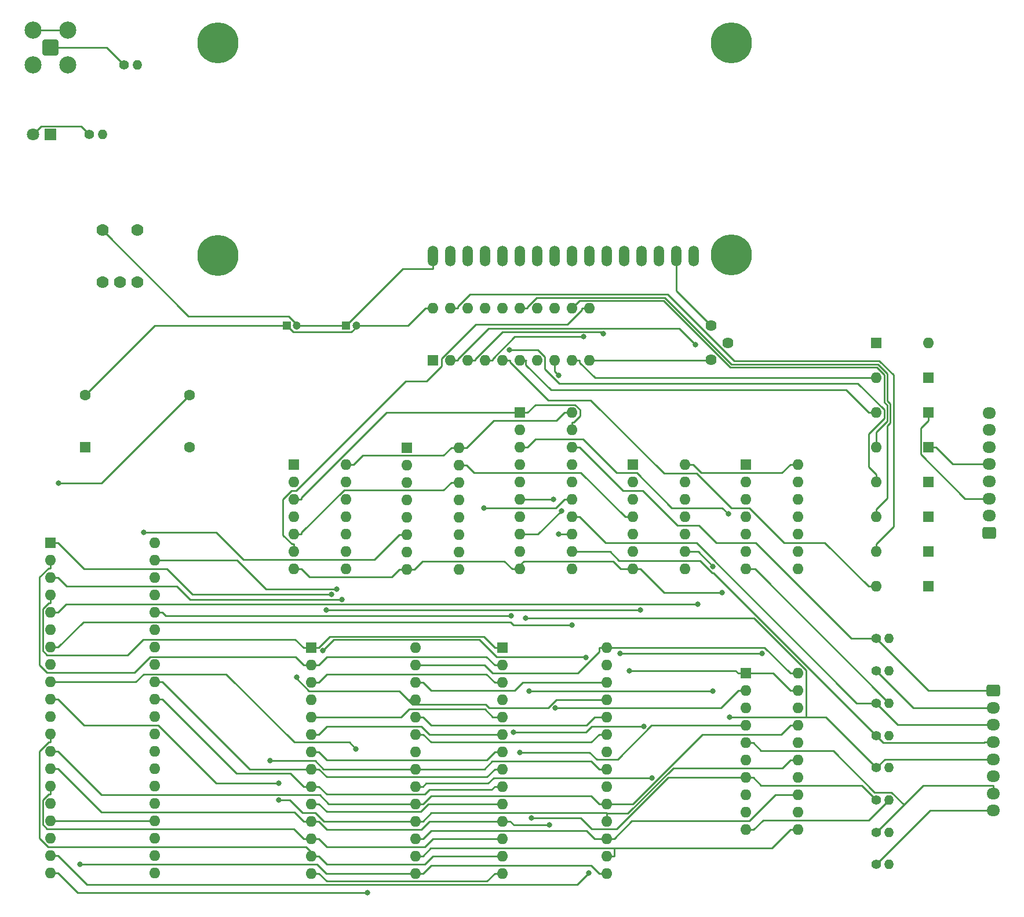
<source format=gbr>
%TF.GenerationSoftware,KiCad,Pcbnew,7.0.8*%
%TF.CreationDate,2023-11-04T10:57:41+00:00*%
%TF.ProjectId,Z80Computer,5a383043-6f6d-4707-9574-65722e6b6963,rev?*%
%TF.SameCoordinates,Original*%
%TF.FileFunction,Copper,L1,Top*%
%TF.FilePolarity,Positive*%
%FSLAX46Y46*%
G04 Gerber Fmt 4.6, Leading zero omitted, Abs format (unit mm)*
G04 Created by KiCad (PCBNEW 7.0.8) date 2023-11-04 10:57:41*
%MOMM*%
%LPD*%
G01*
G04 APERTURE LIST*
G04 Aperture macros list*
%AMRoundRect*
0 Rectangle with rounded corners*
0 $1 Rounding radius*
0 $2 $3 $4 $5 $6 $7 $8 $9 X,Y pos of 4 corners*
0 Add a 4 corners polygon primitive as box body*
4,1,4,$2,$3,$4,$5,$6,$7,$8,$9,$2,$3,0*
0 Add four circle primitives for the rounded corners*
1,1,$1+$1,$2,$3*
1,1,$1+$1,$4,$5*
1,1,$1+$1,$6,$7*
1,1,$1+$1,$8,$9*
0 Add four rect primitives between the rounded corners*
20,1,$1+$1,$2,$3,$4,$5,0*
20,1,$1+$1,$4,$5,$6,$7,0*
20,1,$1+$1,$6,$7,$8,$9,0*
20,1,$1+$1,$8,$9,$2,$3,0*%
G04 Aperture macros list end*
%TA.AperFunction,ComponentPad*%
%ADD10R,1.600000X1.600000*%
%TD*%
%TA.AperFunction,ComponentPad*%
%ADD11O,1.600000X1.600000*%
%TD*%
%TA.AperFunction,ComponentPad*%
%ADD12C,1.620000*%
%TD*%
%TA.AperFunction,ComponentPad*%
%ADD13C,1.400000*%
%TD*%
%TA.AperFunction,ComponentPad*%
%ADD14O,1.400000X1.400000*%
%TD*%
%TA.AperFunction,ComponentPad*%
%ADD15C,6.000000*%
%TD*%
%TA.AperFunction,ComponentPad*%
%ADD16O,1.508000X3.016000*%
%TD*%
%TA.AperFunction,ComponentPad*%
%ADD17RoundRect,0.200100X-0.949900X-0.949900X0.949900X-0.949900X0.949900X0.949900X-0.949900X0.949900X0*%
%TD*%
%TA.AperFunction,ComponentPad*%
%ADD18C,2.500000*%
%TD*%
%TA.AperFunction,ComponentPad*%
%ADD19C,1.778000*%
%TD*%
%TA.AperFunction,ComponentPad*%
%ADD20C,1.600000*%
%TD*%
%TA.AperFunction,ComponentPad*%
%ADD21RoundRect,0.250000X0.725000X-0.600000X0.725000X0.600000X-0.725000X0.600000X-0.725000X-0.600000X0*%
%TD*%
%TA.AperFunction,ComponentPad*%
%ADD22O,1.950000X1.700000*%
%TD*%
%TA.AperFunction,ComponentPad*%
%ADD23R,1.200000X1.200000*%
%TD*%
%TA.AperFunction,ComponentPad*%
%ADD24C,1.200000*%
%TD*%
%TA.AperFunction,ComponentPad*%
%ADD25R,1.800000X1.800000*%
%TD*%
%TA.AperFunction,ComponentPad*%
%ADD26C,1.800000*%
%TD*%
%TA.AperFunction,ComponentPad*%
%ADD27RoundRect,0.250000X-0.725000X0.600000X-0.725000X-0.600000X0.725000X-0.600000X0.725000X0.600000X0*%
%TD*%
%TA.AperFunction,ViaPad*%
%ADD28C,0.800000*%
%TD*%
%TA.AperFunction,Conductor*%
%ADD29C,0.250000*%
%TD*%
G04 APERTURE END LIST*
D10*
%TO.P,IC1,1,A11*%
%TO.N,/A11*%
X55905000Y-110495000D03*
D11*
%TO.P,IC1,2,A12*%
%TO.N,/A12*%
X55905000Y-113035000D03*
%TO.P,IC1,3,A13*%
%TO.N,/A13*%
X55905000Y-115575000D03*
%TO.P,IC1,4,A14*%
%TO.N,/A14*%
X55905000Y-118115000D03*
%TO.P,IC1,5,A15*%
%TO.N,/A15*%
X55905000Y-120655000D03*
%TO.P,IC1,6,~{CLK}*%
%TO.N,Net-(IC1-~{CLK})*%
X55905000Y-123195000D03*
%TO.P,IC1,7,D4*%
%TO.N,/D4*%
X55905000Y-125735000D03*
%TO.P,IC1,8,D3*%
%TO.N,/D3*%
X55905000Y-128275000D03*
%TO.P,IC1,9,D5*%
%TO.N,/D5*%
X55905000Y-130815000D03*
%TO.P,IC1,10,D6*%
%TO.N,/D6*%
X55905000Y-133355000D03*
%TO.P,IC1,11,VCC*%
%TO.N,+5V*%
X55905000Y-135895000D03*
%TO.P,IC1,12,D2*%
%TO.N,/D2*%
X55905000Y-138435000D03*
%TO.P,IC1,13,D7*%
%TO.N,/D7*%
X55905000Y-140975000D03*
%TO.P,IC1,14,D0*%
%TO.N,/D0*%
X55905000Y-143515000D03*
%TO.P,IC1,15,D1*%
%TO.N,/D1*%
X55905000Y-146055000D03*
%TO.P,IC1,16,~{INT}*%
%TO.N,+5V*%
X55905000Y-148595000D03*
%TO.P,IC1,17,~{NMI}*%
X55905000Y-151135000D03*
%TO.P,IC1,18,~{HALT}*%
%TO.N,unconnected-(IC1-~{HALT}-Pad18)*%
X55905000Y-153675000D03*
%TO.P,IC1,19,~{MREQ}*%
%TO.N,~{MREQ}*%
X55905000Y-156215000D03*
%TO.P,IC1,20,~{IORQ}*%
%TO.N,~{IORQ}*%
X55905000Y-158755000D03*
%TO.P,IC1,21,~{RD}*%
%TO.N,~{RD}*%
X71145000Y-158755000D03*
%TO.P,IC1,22,~{WR}*%
%TO.N,~{WR}*%
X71145000Y-156215000D03*
%TO.P,IC1,23,~{BUSACK}*%
%TO.N,unconnected-(IC1-~{BUSACK}-Pad23)*%
X71145000Y-153675000D03*
%TO.P,IC1,24,~{WAIT}*%
%TO.N,+5V*%
X71145000Y-151135000D03*
%TO.P,IC1,25,~{BUSRQ}*%
X71145000Y-148595000D03*
%TO.P,IC1,26,~{RESET}*%
%TO.N,Net-(IC1-~{RESET})*%
X71145000Y-146055000D03*
%TO.P,IC1,27,~{M1}*%
%TO.N,~{M1}*%
X71145000Y-143515000D03*
%TO.P,IC1,28,~{RFSH}*%
%TO.N,unconnected-(IC1-~{RFSH}-Pad28)*%
X71145000Y-140975000D03*
%TO.P,IC1,29,GND*%
%TO.N,Z80_PWRCAP*%
X71145000Y-138435000D03*
%TO.P,IC1,30,A0*%
%TO.N,/A0*%
X71145000Y-135895000D03*
%TO.P,IC1,31,A1*%
%TO.N,/A1*%
X71145000Y-133355000D03*
%TO.P,IC1,32,A2*%
%TO.N,/A2*%
X71145000Y-130815000D03*
%TO.P,IC1,33,A3*%
%TO.N,/A3*%
X71145000Y-128275000D03*
%TO.P,IC1,34,A4*%
%TO.N,/A4*%
X71145000Y-125735000D03*
%TO.P,IC1,35,A5*%
%TO.N,/A5*%
X71145000Y-123195000D03*
%TO.P,IC1,36,A6*%
%TO.N,/A6*%
X71145000Y-120655000D03*
%TO.P,IC1,37,A7*%
%TO.N,/A7*%
X71145000Y-118115000D03*
%TO.P,IC1,38,A8*%
%TO.N,/A8*%
X71145000Y-115575000D03*
%TO.P,IC1,39,A9*%
%TO.N,/A9*%
X71145000Y-113035000D03*
%TO.P,IC1,40,A10*%
%TO.N,/A10*%
X71145000Y-110495000D03*
%TD*%
D10*
%TO.P,U7,1*%
%TO.N,/A15*%
X157480000Y-99040000D03*
D11*
%TO.P,U7,2*%
%TO.N,~{MREQ}*%
X157480000Y-101580000D03*
%TO.P,U7,3*%
%TO.N,Net-(IC2_EEPROM1-~{CS})*%
X157480000Y-104120000D03*
%TO.P,U7,4*%
%TO.N,/A15*%
X157480000Y-106660000D03*
%TO.P,U7,5*%
X157480000Y-109200000D03*
%TO.P,U7,6*%
%TO.N,Net-(U5-Pad9)*%
X157480000Y-111740000D03*
%TO.P,U7,7,GND*%
%TO.N,Z80_PWRCAP*%
X157480000Y-114280000D03*
%TO.P,U7,8*%
%TO.N,unconnected-(U7-Pad8)*%
X165100000Y-114280000D03*
%TO.P,U7,9*%
%TO.N,unconnected-(U7-Pad9)*%
X165100000Y-111740000D03*
%TO.P,U7,10*%
%TO.N,unconnected-(U7-Pad10)*%
X165100000Y-109200000D03*
%TO.P,U7,11*%
%TO.N,unconnected-(U7-Pad11)*%
X165100000Y-106660000D03*
%TO.P,U7,12*%
%TO.N,unconnected-(U7-Pad12)*%
X165100000Y-104120000D03*
%TO.P,U7,13*%
%TO.N,unconnected-(U7-Pad13)*%
X165100000Y-101580000D03*
%TO.P,U7,14,VCC*%
%TO.N,+5V*%
X165100000Y-99040000D03*
%TD*%
D10*
%TO.P,IC2_EEPROM1,1,A14*%
%TO.N,/A14*%
X93980000Y-125745000D03*
D11*
%TO.P,IC2_EEPROM1,2,A12*%
%TO.N,/A12*%
X93980000Y-128285000D03*
%TO.P,IC2_EEPROM1,3,A7*%
%TO.N,/A7*%
X93980000Y-130825000D03*
%TO.P,IC2_EEPROM1,4,A6*%
%TO.N,/A6*%
X93980000Y-133365000D03*
%TO.P,IC2_EEPROM1,5,A5*%
%TO.N,/A5*%
X93980000Y-135905000D03*
%TO.P,IC2_EEPROM1,6,A4*%
%TO.N,/A4*%
X93980000Y-138445000D03*
%TO.P,IC2_EEPROM1,7,A3*%
%TO.N,/A3*%
X93980000Y-140985000D03*
%TO.P,IC2_EEPROM1,8,A2*%
%TO.N,/A2*%
X93980000Y-143525000D03*
%TO.P,IC2_EEPROM1,9,A1*%
%TO.N,/A1*%
X93980000Y-146065000D03*
%TO.P,IC2_EEPROM1,10,A0*%
%TO.N,/A0*%
X93980000Y-148605000D03*
%TO.P,IC2_EEPROM1,11,D0*%
%TO.N,/D0*%
X93980000Y-151145000D03*
%TO.P,IC2_EEPROM1,12,D1*%
%TO.N,/D1*%
X93980000Y-153685000D03*
%TO.P,IC2_EEPROM1,13,D2*%
%TO.N,/D2*%
X93980000Y-156225000D03*
%TO.P,IC2_EEPROM1,14,GND*%
%TO.N,Z80_PWRCAP*%
X93980000Y-158765000D03*
%TO.P,IC2_EEPROM1,15,D3*%
%TO.N,/D3*%
X109220000Y-158765000D03*
%TO.P,IC2_EEPROM1,16,D4*%
%TO.N,/D4*%
X109220000Y-156225000D03*
%TO.P,IC2_EEPROM1,17,D5*%
%TO.N,/D5*%
X109220000Y-153685000D03*
%TO.P,IC2_EEPROM1,18,D6*%
%TO.N,/D6*%
X109220000Y-151145000D03*
%TO.P,IC2_EEPROM1,19,D7*%
%TO.N,/D7*%
X109220000Y-148605000D03*
%TO.P,IC2_EEPROM1,20,~{CS}*%
%TO.N,Net-(IC2_EEPROM1-~{CS})*%
X109220000Y-146065000D03*
%TO.P,IC2_EEPROM1,21,A10*%
%TO.N,/A10*%
X109220000Y-143525000D03*
%TO.P,IC2_EEPROM1,22,~{OE}*%
%TO.N,~{RD}*%
X109220000Y-140985000D03*
%TO.P,IC2_EEPROM1,23,A11*%
%TO.N,/A11*%
X109220000Y-138445000D03*
%TO.P,IC2_EEPROM1,24,A9*%
%TO.N,/A9*%
X109220000Y-135905000D03*
%TO.P,IC2_EEPROM1,25,A8*%
%TO.N,/A8*%
X109220000Y-133365000D03*
%TO.P,IC2_EEPROM1,26,A13*%
%TO.N,/A13*%
X109220000Y-130825000D03*
%TO.P,IC2_EEPROM1,27,~{WE}*%
%TO.N,+5V*%
X109220000Y-128285000D03*
%TO.P,IC2_EEPROM1,28,VCC*%
X109220000Y-125745000D03*
%TD*%
D12*
%TO.P,RV1,1,1*%
%TO.N,+5V*%
X152400000Y-78740000D03*
%TO.P,RV1,2,2*%
%TO.N,Net-(DIS1-PadP$3)*%
X154900000Y-81240000D03*
%TO.P,RV1,3,3*%
%TO.N,Z80_PWRCAP*%
X152400000Y-83740000D03*
%TD*%
D13*
%TO.P,R2,1*%
%TO.N,Net-(J2-Pin_8)*%
X176530000Y-157480000D03*
D14*
%TO.P,R2,2*%
%TO.N,Z80_PWRCAP*%
X178430000Y-157480000D03*
%TD*%
D10*
%TO.P,U3,1,~{Mr}*%
%TO.N,+5V*%
X111760000Y-83820000D03*
D11*
%TO.P,U3,2,Q0*%
%TO.N,Net-(D1-A)*%
X114300000Y-83820000D03*
%TO.P,U3,3,D0*%
%TO.N,/D0*%
X116840000Y-83820000D03*
%TO.P,U3,4,D1*%
%TO.N,/D1*%
X119380000Y-83820000D03*
%TO.P,U3,5,Q1*%
%TO.N,Net-(D8-A)*%
X121920000Y-83820000D03*
%TO.P,U3,6,Q2*%
%TO.N,Net-(D3-A)*%
X124460000Y-83820000D03*
%TO.P,U3,7,D2*%
%TO.N,/D2*%
X127000000Y-83820000D03*
%TO.P,U3,8,D3*%
%TO.N,/D3*%
X129540000Y-83820000D03*
%TO.P,U3,9,Q3*%
%TO.N,Net-(D2-A)*%
X132080000Y-83820000D03*
%TO.P,U3,10,GND*%
%TO.N,Z80_PWRCAP*%
X134620000Y-83820000D03*
%TO.P,U3,11,Cp*%
%TO.N,Net-(U3-Cp)*%
X134620000Y-76200000D03*
%TO.P,U3,12,Q4*%
%TO.N,Net-(D4-A)*%
X132080000Y-76200000D03*
%TO.P,U3,13,D4*%
%TO.N,/D4*%
X129540000Y-76200000D03*
%TO.P,U3,14,D5*%
%TO.N,/D5*%
X127000000Y-76200000D03*
%TO.P,U3,15,Q5*%
%TO.N,Net-(D6-A)*%
X124460000Y-76200000D03*
%TO.P,U3,16,Q6*%
%TO.N,Net-(D5-A)*%
X121920000Y-76200000D03*
%TO.P,U3,17,D6*%
%TO.N,/D6*%
X119380000Y-76200000D03*
%TO.P,U3,18,D7*%
%TO.N,/D7*%
X116840000Y-76200000D03*
%TO.P,U3,19,Q7*%
%TO.N,Net-(D7-A)*%
X114300000Y-76200000D03*
%TO.P,U3,20,VCC*%
%TO.N,+5V*%
X111760000Y-76200000D03*
%TD*%
D15*
%TO.P,DIS1,MNT1*%
%TO.N,N/C*%
X155360000Y-68380000D03*
%TO.P,DIS1,MNT2*%
X80360000Y-68480000D03*
%TO.P,DIS1,MNT3*%
X155360000Y-37380000D03*
%TO.P,DIS1,MNT4*%
X80360000Y-37380000D03*
D16*
%TO.P,DIS1,P$1*%
%TO.N,Z80_PWRCAP*%
X149860000Y-68580000D03*
%TO.P,DIS1,P$2*%
%TO.N,+5V*%
X147320000Y-68580000D03*
%TO.P,DIS1,P$3*%
%TO.N,Net-(DIS1-PadP$3)*%
X144780000Y-68580000D03*
%TO.P,DIS1,P$4*%
%TO.N,/A0*%
X142240000Y-68580000D03*
%TO.P,DIS1,P$5*%
%TO.N,Net-(DIS1-PadP$5)*%
X139700000Y-68580000D03*
%TO.P,DIS1,P$6*%
%TO.N,Net-(DIS1-PadP$6)*%
X137160000Y-68580000D03*
%TO.P,DIS1,P$7*%
%TO.N,/D0*%
X134620000Y-68580000D03*
%TO.P,DIS1,P$8*%
%TO.N,/D1*%
X132080000Y-68580000D03*
%TO.P,DIS1,P$9*%
%TO.N,/D2*%
X129540000Y-68580000D03*
%TO.P,DIS1,P$10*%
%TO.N,/D3*%
X127000000Y-68580000D03*
%TO.P,DIS1,P$11*%
%TO.N,/D4*%
X124460000Y-68580000D03*
%TO.P,DIS1,P$12*%
%TO.N,/D5*%
X121920000Y-68580000D03*
%TO.P,DIS1,P$13*%
%TO.N,/D6*%
X119380000Y-68580000D03*
%TO.P,DIS1,P$14*%
%TO.N,/D7*%
X116840000Y-68580000D03*
%TO.P,DIS1,P$15*%
%TO.N,+5V*%
X114300000Y-68580000D03*
%TO.P,DIS1,P$16*%
%TO.N,Z80_PWRCAP*%
X111760000Y-68580000D03*
%TD*%
D13*
%TO.P,R7,1*%
%TO.N,Net-(J2-Pin_3)*%
X176530000Y-133894300D03*
D14*
%TO.P,R7,2*%
%TO.N,Z80_PWRCAP*%
X178430000Y-133894300D03*
%TD*%
D17*
%TO.P,J1,1,In*%
%TO.N,+5V*%
X55880000Y-38100000D03*
D18*
%TO.P,J1,2,Ext*%
%TO.N,Z80_PWRCAP*%
X53340000Y-35560000D03*
X53340000Y-40640000D03*
X58420000Y-35560000D03*
X58420000Y-40640000D03*
%TD*%
D13*
%TO.P,R5,1*%
%TO.N,Net-(J2-Pin_5)*%
X176530000Y-143328600D03*
D14*
%TO.P,R5,2*%
%TO.N,Z80_PWRCAP*%
X178430000Y-143328600D03*
%TD*%
D19*
%TO.P,SW1,1,1*%
%TO.N,Z80_PWRCAP*%
X63500000Y-64770000D03*
%TO.P,SW1,2,2*%
%TO.N,Net-(IC1-~{RESET})*%
X68580000Y-64770000D03*
%TO.P,SW1,3*%
%TO.N,N/C*%
X68580000Y-72390000D03*
%TO.P,SW1,4*%
X66040000Y-72390000D03*
%TO.P,SW1,5*%
X63500000Y-72390000D03*
%TD*%
D10*
%TO.P,X1,1,EN*%
%TO.N,unconnected-(X1-EN-Pad1)*%
X60960000Y-96520000D03*
D20*
%TO.P,X1,7,GND*%
%TO.N,Z80_PWRCAP*%
X76200000Y-96520000D03*
%TO.P,X1,8,OUT*%
%TO.N,Net-(IC1-~{CLK})*%
X76200000Y-88900000D03*
%TO.P,X1,14,Vcc*%
%TO.N,+5V*%
X60960000Y-88900000D03*
%TD*%
D13*
%TO.P,R1,1*%
%TO.N,+5V*%
X66680000Y-40640000D03*
D14*
%TO.P,R1,2*%
%TO.N,Net-(IC1-~{RESET})*%
X68580000Y-40640000D03*
%TD*%
D13*
%TO.P,R6,1*%
%TO.N,Net-(J2-Pin_4)*%
X176530000Y-138611400D03*
D14*
%TO.P,R6,2*%
%TO.N,Z80_PWRCAP*%
X178430000Y-138611400D03*
%TD*%
D10*
%TO.P,D1,1,K*%
%TO.N,Net-(D1-K)*%
X176530000Y-81280000D03*
D11*
%TO.P,D1,2,A*%
%TO.N,Net-(D1-A)*%
X184150000Y-81280000D03*
%TD*%
D21*
%TO.P,J3,1,Pin_1*%
%TO.N,Net-(D1-K)*%
X193040000Y-108980000D03*
D22*
%TO.P,J3,2,Pin_2*%
%TO.N,Net-(D8-K)*%
X193040000Y-106480000D03*
%TO.P,J3,3,Pin_3*%
%TO.N,Net-(D3-K)*%
X193040000Y-103980000D03*
%TO.P,J3,4,Pin_4*%
%TO.N,Net-(D2-K)*%
X193040000Y-101480000D03*
%TO.P,J3,5,Pin_5*%
%TO.N,Net-(D4-K)*%
X193040000Y-98980000D03*
%TO.P,J3,6,Pin_6*%
%TO.N,Net-(D6-K)*%
X193040000Y-96480000D03*
%TO.P,J3,7,Pin_7*%
%TO.N,Net-(D5-K)*%
X193040000Y-93980000D03*
%TO.P,J3,8,Pin_8*%
%TO.N,Net-(D7-K)*%
X193040000Y-91480000D03*
%TD*%
D10*
%TO.P,U2,1*%
%TO.N,~{KEYPAD_PORT}*%
X91440000Y-99040000D03*
D11*
%TO.P,U2,2*%
%TO.N,~{RD}*%
X91440000Y-101580000D03*
%TO.P,U2,3*%
%TO.N,Net-(U1-OEa)*%
X91440000Y-104120000D03*
%TO.P,U2,4*%
%TO.N,~{WR}*%
X91440000Y-106660000D03*
%TO.P,U2,5*%
%TO.N,~{KEYPAD_PORT}*%
X91440000Y-109200000D03*
%TO.P,U2,6*%
%TO.N,Net-(U3-Cp)*%
X91440000Y-111740000D03*
%TO.P,U2,7,GND*%
%TO.N,Z80_PWRCAP*%
X91440000Y-114280000D03*
%TO.P,U2,8*%
%TO.N,unconnected-(U2-Pad8)*%
X99060000Y-114280000D03*
%TO.P,U2,9*%
%TO.N,unconnected-(U2-Pad9)*%
X99060000Y-111740000D03*
%TO.P,U2,10*%
%TO.N,unconnected-(U2-Pad10)*%
X99060000Y-109200000D03*
%TO.P,U2,11*%
%TO.N,unconnected-(U2-Pad11)*%
X99060000Y-106660000D03*
%TO.P,U2,12*%
%TO.N,unconnected-(U2-Pad12)*%
X99060000Y-104120000D03*
%TO.P,U2,13*%
%TO.N,unconnected-(U2-Pad13)*%
X99060000Y-101580000D03*
%TO.P,U2,14,VCC*%
%TO.N,+5V*%
X99060000Y-99040000D03*
%TD*%
D13*
%TO.P,R8,1*%
%TO.N,Net-(J2-Pin_2)*%
X176530000Y-129177100D03*
D14*
%TO.P,R8,2*%
%TO.N,Z80_PWRCAP*%
X178430000Y-129177100D03*
%TD*%
D13*
%TO.P,R3,1*%
%TO.N,Net-(J2-Pin_6)*%
X176530000Y-148045700D03*
D14*
%TO.P,R3,2*%
%TO.N,Z80_PWRCAP*%
X178430000Y-148045700D03*
%TD*%
D10*
%TO.P,D6,1,K*%
%TO.N,Net-(D6-K)*%
X184150000Y-106680000D03*
D11*
%TO.P,D6,2,A*%
%TO.N,Net-(D6-A)*%
X176530000Y-106680000D03*
%TD*%
D10*
%TO.P,U5,1*%
%TO.N,~{RD}*%
X140970000Y-99040000D03*
D11*
%TO.P,U5,2*%
X140970000Y-101580000D03*
%TO.P,U5,3*%
%TO.N,Net-(DIS1-PadP$5)*%
X140970000Y-104120000D03*
%TO.P,U5,4*%
%TO.N,~{LCD_OUT_PORT}*%
X140970000Y-106660000D03*
%TO.P,U5,5*%
X140970000Y-109200000D03*
%TO.P,U5,6*%
%TO.N,Net-(DIS1-PadP$6)*%
X140970000Y-111740000D03*
%TO.P,U5,7,GND*%
%TO.N,Z80_PWRCAP*%
X140970000Y-114280000D03*
%TO.P,U5,8*%
%TO.N,Net-(IC6_SRAM1-~{CS})*%
X148590000Y-114280000D03*
%TO.P,U5,9*%
%TO.N,Net-(U5-Pad9)*%
X148590000Y-111740000D03*
%TO.P,U5,10*%
%TO.N,~{MREQ}*%
X148590000Y-109200000D03*
%TO.P,U5,11*%
%TO.N,unconnected-(U5-Pad11)*%
X148590000Y-106660000D03*
%TO.P,U5,12*%
%TO.N,unconnected-(U5-Pad12)*%
X148590000Y-104120000D03*
%TO.P,U5,13*%
%TO.N,unconnected-(U5-Pad13)*%
X148590000Y-101580000D03*
%TO.P,U5,14,VCC*%
%TO.N,+5V*%
X148590000Y-99040000D03*
%TD*%
D13*
%TO.P,R4,1*%
%TO.N,Net-(J2-Pin_7)*%
X176530000Y-152762900D03*
D14*
%TO.P,R4,2*%
%TO.N,Z80_PWRCAP*%
X178430000Y-152762900D03*
%TD*%
D13*
%TO.P,R9,1*%
%TO.N,Net-(J2-Pin_1)*%
X176530000Y-124460000D03*
D14*
%TO.P,R9,2*%
%TO.N,Z80_PWRCAP*%
X178430000Y-124460000D03*
%TD*%
D23*
%TO.P,C2,1*%
%TO.N,Z80_PWRCAP*%
X99060000Y-78740000D03*
D24*
%TO.P,C2,2*%
%TO.N,+5V*%
X100560000Y-78740000D03*
%TD*%
D10*
%TO.P,D4,1,K*%
%TO.N,Net-(D4-K)*%
X184150000Y-96520000D03*
D11*
%TO.P,D4,2,A*%
%TO.N,Net-(D4-A)*%
X176530000Y-96520000D03*
%TD*%
D13*
%TO.P,R10,1*%
%TO.N,Net-(D9-A)*%
X61600000Y-50800000D03*
D14*
%TO.P,R10,2*%
%TO.N,Z80_PWRCAP*%
X63500000Y-50800000D03*
%TD*%
D25*
%TO.P,D9,1,K*%
%TO.N,+5V*%
X55880000Y-50800000D03*
D26*
%TO.P,D9,2,A*%
%TO.N,Net-(D9-A)*%
X53340000Y-50800000D03*
%TD*%
D10*
%TO.P,D5,1,K*%
%TO.N,Net-(D5-K)*%
X184150000Y-101600000D03*
D11*
%TO.P,D5,2,A*%
%TO.N,Net-(D5-A)*%
X176530000Y-101600000D03*
%TD*%
D10*
%TO.P,IC6_SRAM1,1,A14*%
%TO.N,/A14*%
X121920000Y-125745000D03*
D11*
%TO.P,IC6_SRAM1,2,A12*%
%TO.N,/A12*%
X121920000Y-128285000D03*
%TO.P,IC6_SRAM1,3,A7*%
%TO.N,/A7*%
X121920000Y-130825000D03*
%TO.P,IC6_SRAM1,4,A6*%
%TO.N,/A6*%
X121920000Y-133365000D03*
%TO.P,IC6_SRAM1,5,A5*%
%TO.N,/A5*%
X121920000Y-135905000D03*
%TO.P,IC6_SRAM1,6,A4*%
%TO.N,/A4*%
X121920000Y-138445000D03*
%TO.P,IC6_SRAM1,7,A3*%
%TO.N,/A3*%
X121920000Y-140985000D03*
%TO.P,IC6_SRAM1,8,A2*%
%TO.N,/A2*%
X121920000Y-143525000D03*
%TO.P,IC6_SRAM1,9,A1*%
%TO.N,/A1*%
X121920000Y-146065000D03*
%TO.P,IC6_SRAM1,10,A0*%
%TO.N,/A0*%
X121920000Y-148605000D03*
%TO.P,IC6_SRAM1,11,Q0*%
%TO.N,/D0*%
X121920000Y-151145000D03*
%TO.P,IC6_SRAM1,12,Q1*%
%TO.N,/D1*%
X121920000Y-153685000D03*
%TO.P,IC6_SRAM1,13,Q2*%
%TO.N,/D2*%
X121920000Y-156225000D03*
%TO.P,IC6_SRAM1,14,GND*%
%TO.N,Z80_PWRCAP*%
X121920000Y-158765000D03*
%TO.P,IC6_SRAM1,15,Q3*%
%TO.N,/D3*%
X137160000Y-158765000D03*
%TO.P,IC6_SRAM1,16,Q4*%
%TO.N,/D4*%
X137160000Y-156225000D03*
%TO.P,IC6_SRAM1,17,Q5*%
%TO.N,/D5*%
X137160000Y-153685000D03*
%TO.P,IC6_SRAM1,18,Q6*%
%TO.N,/D6*%
X137160000Y-151145000D03*
%TO.P,IC6_SRAM1,19,Q7*%
%TO.N,/D7*%
X137160000Y-148605000D03*
%TO.P,IC6_SRAM1,20,~{CS}*%
%TO.N,Net-(IC6_SRAM1-~{CS})*%
X137160000Y-146065000D03*
%TO.P,IC6_SRAM1,21,A10*%
%TO.N,/A10*%
X137160000Y-143525000D03*
%TO.P,IC6_SRAM1,22,~{OE}*%
%TO.N,~{RD}*%
X137160000Y-140985000D03*
%TO.P,IC6_SRAM1,23,A11*%
%TO.N,/A11*%
X137160000Y-138445000D03*
%TO.P,IC6_SRAM1,24,A9*%
%TO.N,/A9*%
X137160000Y-135905000D03*
%TO.P,IC6_SRAM1,25,A8*%
%TO.N,/A8*%
X137160000Y-133365000D03*
%TO.P,IC6_SRAM1,26,A13*%
%TO.N,/A13*%
X137160000Y-130825000D03*
%TO.P,IC6_SRAM1,27,~{WE}*%
%TO.N,~{WR}*%
X137160000Y-128285000D03*
%TO.P,IC6_SRAM1,28,VCC*%
%TO.N,+5V*%
X137160000Y-125745000D03*
%TD*%
D10*
%TO.P,U1,1,OEa*%
%TO.N,Net-(U1-OEa)*%
X124460000Y-91440000D03*
D11*
%TO.P,U1,2,I0a*%
%TO.N,/D0*%
X124460000Y-93980000D03*
%TO.P,U1,3,O3b*%
%TO.N,Net-(J2-Pin_8)*%
X124460000Y-96520000D03*
%TO.P,U1,4,I1a*%
%TO.N,/D1*%
X124460000Y-99060000D03*
%TO.P,U1,5,O2b*%
%TO.N,Net-(J2-Pin_7)*%
X124460000Y-101600000D03*
%TO.P,U1,6,I2a*%
%TO.N,/D2*%
X124460000Y-104140000D03*
%TO.P,U1,7,O1b*%
%TO.N,Net-(J2-Pin_6)*%
X124460000Y-106680000D03*
%TO.P,U1,8,I3a*%
%TO.N,/D3*%
X124460000Y-109220000D03*
%TO.P,U1,9,O0b*%
%TO.N,Net-(J2-Pin_5)*%
X124460000Y-111760000D03*
%TO.P,U1,10,GND*%
%TO.N,Z80_PWRCAP*%
X124460000Y-114300000D03*
%TO.P,U1,11,I0b*%
%TO.N,/D4*%
X132080000Y-114300000D03*
%TO.P,U1,12,O3a*%
%TO.N,Net-(J2-Pin_4)*%
X132080000Y-111760000D03*
%TO.P,U1,13,I1b*%
%TO.N,/D5*%
X132080000Y-109220000D03*
%TO.P,U1,14,O2a*%
%TO.N,Net-(J2-Pin_3)*%
X132080000Y-106680000D03*
%TO.P,U1,15,I2b*%
%TO.N,/D6*%
X132080000Y-104140000D03*
%TO.P,U1,16,O1a*%
%TO.N,Net-(J2-Pin_2)*%
X132080000Y-101600000D03*
%TO.P,U1,17,I3b*%
%TO.N,/D7*%
X132080000Y-99060000D03*
%TO.P,U1,18,O0a*%
%TO.N,Net-(J2-Pin_1)*%
X132080000Y-96520000D03*
%TO.P,U1,19,OEb*%
%TO.N,Net-(U1-OEa)*%
X132080000Y-93980000D03*
%TO.P,U1,20,VCC*%
%TO.N,+5V*%
X132080000Y-91440000D03*
%TD*%
D10*
%TO.P,D3,1,K*%
%TO.N,Net-(D3-K)*%
X184150000Y-91440000D03*
D11*
%TO.P,D3,2,A*%
%TO.N,Net-(D3-A)*%
X176530000Y-91440000D03*
%TD*%
D23*
%TO.P,C1,1*%
%TO.N,+5V*%
X90400000Y-78740000D03*
D24*
%TO.P,C1,2*%
%TO.N,Z80_PWRCAP*%
X91900000Y-78740000D03*
%TD*%
D27*
%TO.P,J2,1,Pin_1*%
%TO.N,Net-(J2-Pin_1)*%
X193640000Y-132080000D03*
D22*
%TO.P,J2,2,Pin_2*%
%TO.N,Net-(J2-Pin_2)*%
X193640000Y-134580000D03*
%TO.P,J2,3,Pin_3*%
%TO.N,Net-(J2-Pin_3)*%
X193640000Y-137080000D03*
%TO.P,J2,4,Pin_4*%
%TO.N,Net-(J2-Pin_4)*%
X193640000Y-139580000D03*
%TO.P,J2,5,Pin_5*%
%TO.N,Net-(J2-Pin_5)*%
X193640000Y-142080000D03*
%TO.P,J2,6,Pin_6*%
%TO.N,Net-(J2-Pin_6)*%
X193640000Y-144580000D03*
%TO.P,J2,7,Pin_7*%
%TO.N,Net-(J2-Pin_7)*%
X193640000Y-147080000D03*
%TO.P,J2,8,Pin_8*%
%TO.N,Net-(J2-Pin_8)*%
X193640000Y-149580000D03*
%TD*%
D10*
%TO.P,U6,1,OEa*%
%TO.N,Net-(U1-OEa)*%
X157480000Y-129540000D03*
D11*
%TO.P,U6,2,I0a*%
%TO.N,/D0*%
X157480000Y-132080000D03*
%TO.P,U6,3,O3b*%
%TO.N,Net-(J2-Pin_8)*%
X157480000Y-134620000D03*
%TO.P,U6,4,I1a*%
%TO.N,/D1*%
X157480000Y-137160000D03*
%TO.P,U6,5,O2b*%
%TO.N,Net-(J2-Pin_7)*%
X157480000Y-139700000D03*
%TO.P,U6,6,I2a*%
%TO.N,/D2*%
X157480000Y-142240000D03*
%TO.P,U6,7,O1b*%
%TO.N,Net-(J2-Pin_6)*%
X157480000Y-144780000D03*
%TO.P,U6,8,I3a*%
%TO.N,/D3*%
X157480000Y-147320000D03*
%TO.P,U6,9,O0b*%
%TO.N,Net-(J2-Pin_5)*%
X157480000Y-149860000D03*
%TO.P,U6,10,GND*%
%TO.N,Z80_PWRCAP*%
X157480000Y-152400000D03*
%TO.P,U6,11,I0b*%
%TO.N,/D4*%
X165100000Y-152400000D03*
%TO.P,U6,12,O3a*%
%TO.N,Net-(J2-Pin_4)*%
X165100000Y-149860000D03*
%TO.P,U6,13,I1b*%
%TO.N,/D5*%
X165100000Y-147320000D03*
%TO.P,U6,14,O2a*%
%TO.N,Net-(J2-Pin_3)*%
X165100000Y-144780000D03*
%TO.P,U6,15,I2b*%
%TO.N,/D6*%
X165100000Y-142240000D03*
%TO.P,U6,16,O1a*%
%TO.N,Net-(J2-Pin_2)*%
X165100000Y-139700000D03*
%TO.P,U6,17,I3b*%
%TO.N,/D7*%
X165100000Y-137160000D03*
%TO.P,U6,18,O0a*%
%TO.N,Net-(J2-Pin_1)*%
X165100000Y-134620000D03*
%TO.P,U6,19,OEb*%
%TO.N,Net-(U1-OEa)*%
X165100000Y-132080000D03*
%TO.P,U6,20,VCC*%
%TO.N,+5V*%
X165100000Y-129540000D03*
%TD*%
D10*
%TO.P,U4,1,A0*%
%TO.N,/A5*%
X107950000Y-96540000D03*
D11*
%TO.P,U4,2,A1*%
%TO.N,/A6*%
X107950000Y-99080000D03*
%TO.P,U4,3,A2*%
%TO.N,/A7*%
X107950000Y-101620000D03*
%TO.P,U4,4,E1*%
%TO.N,/A4*%
X107950000Y-104160000D03*
%TO.P,U4,5,E2*%
%TO.N,~{IORQ}*%
X107950000Y-106700000D03*
%TO.P,U4,6,E3*%
%TO.N,~{M1}*%
X107950000Y-109240000D03*
%TO.P,U4,7,O7*%
%TO.N,unconnected-(U4-O7-Pad7)*%
X107950000Y-111780000D03*
%TO.P,U4,8,GND*%
%TO.N,Z80_PWRCAP*%
X107950000Y-114320000D03*
%TO.P,U4,9,O6*%
%TO.N,unconnected-(U4-O6-Pad9)*%
X115570000Y-114320000D03*
%TO.P,U4,10,O5*%
%TO.N,unconnected-(U4-O5-Pad10)*%
X115570000Y-111780000D03*
%TO.P,U4,11,O4*%
%TO.N,unconnected-(U4-O4-Pad11)*%
X115570000Y-109240000D03*
%TO.P,U4,12,O3*%
%TO.N,unconnected-(U4-O3-Pad12)*%
X115570000Y-106700000D03*
%TO.P,U4,13,O2*%
%TO.N,unconnected-(U4-O2-Pad13)*%
X115570000Y-104160000D03*
%TO.P,U4,14,O1*%
%TO.N,~{KEYPAD_PORT}*%
X115570000Y-101620000D03*
%TO.P,U4,15,O0*%
%TO.N,~{LCD_OUT_PORT}*%
X115570000Y-99080000D03*
%TO.P,U4,16,VCC*%
%TO.N,+5V*%
X115570000Y-96540000D03*
%TD*%
D10*
%TO.P,D8,1,K*%
%TO.N,Net-(D8-K)*%
X184150000Y-116840000D03*
D11*
%TO.P,D8,2,A*%
%TO.N,Net-(D8-A)*%
X176530000Y-116840000D03*
%TD*%
D10*
%TO.P,D2,1,K*%
%TO.N,Net-(D2-K)*%
X184150000Y-86360000D03*
D11*
%TO.P,D2,2,A*%
%TO.N,Net-(D2-A)*%
X176530000Y-86360000D03*
%TD*%
D10*
%TO.P,D7,1,K*%
%TO.N,Net-(D7-K)*%
X184150000Y-111760000D03*
D11*
%TO.P,D7,2,A*%
%TO.N,Net-(D7-A)*%
X176530000Y-111760000D03*
%TD*%
D28*
%TO.N,Net-(D5-A)*%
X122919100Y-82269500D03*
%TO.N,Net-(D1-A)*%
X150086400Y-81456800D03*
%TO.N,Net-(U1-OEa)*%
X140463300Y-129144600D03*
%TO.N,Net-(J2-Pin_8)*%
X154919900Y-106248300D03*
%TO.N,Net-(J2-Pin_7)*%
X152674300Y-132095000D03*
X125785400Y-132095000D03*
%TO.N,Net-(J2-Pin_6)*%
X126192500Y-150693500D03*
%TO.N,Net-(J2-Pin_5)*%
X155085900Y-135934400D03*
X125309600Y-121478000D03*
%TO.N,Net-(J2-Pin_2)*%
X159902000Y-126584300D03*
X139119000Y-126584300D03*
%TO.N,Net-(U5-Pad9)*%
X152663300Y-113895000D03*
%TO.N,Net-(IC2_EEPROM1-~{CS})*%
X143796800Y-144791200D03*
%TO.N,/A10*%
X88008600Y-142327400D03*
%TO.N,/A9*%
X97747600Y-117248800D03*
%TO.N,/A8*%
X91834900Y-130060800D03*
%TO.N,/A6*%
X123240600Y-121150100D03*
%TO.N,~{M1}*%
X69532000Y-108914600D03*
%TO.N,~{WR}*%
X134160700Y-127210400D03*
X95647600Y-126238600D03*
%TO.N,~{RD}*%
X142096500Y-120308500D03*
X96226900Y-120308500D03*
%TO.N,~{IORQ}*%
X102220200Y-161556000D03*
%TO.N,~{MREQ}*%
X134557100Y-158675800D03*
%TO.N,/A15*%
X150476800Y-119467000D03*
%TO.N,/A13*%
X98482600Y-118735300D03*
%TO.N,/A11*%
X96965500Y-118008400D03*
%TO.N,Net-(IC1-~{CLK})*%
X57053400Y-101723700D03*
%TO.N,/D6*%
X89221700Y-148029300D03*
X89221700Y-145605900D03*
X119226600Y-105410000D03*
%TO.N,/D5*%
X100543100Y-140587000D03*
X130171800Y-109220000D03*
%TO.N,/D4*%
X132059700Y-122483500D03*
%TO.N,/D3*%
X60252500Y-157415400D03*
X130551900Y-105755400D03*
X130130000Y-85994300D03*
%TO.N,/D2*%
X129390500Y-104140000D03*
%TO.N,/D1*%
X133744500Y-80352600D03*
X124467200Y-141097000D03*
%TO.N,/D0*%
X136653100Y-79852300D03*
X128799100Y-151701200D03*
X129657900Y-134552000D03*
%TO.N,/A0*%
X142566400Y-137281400D03*
X123531100Y-138161500D03*
%TO.N,Z80_PWRCAP*%
X154003300Y-117756700D03*
%TD*%
D29*
%TO.N,Net-(D9-A)*%
X60362200Y-49562200D02*
X61600000Y-50800000D01*
X54577800Y-49562200D02*
X60362200Y-49562200D01*
X53340000Y-50800000D02*
X54577800Y-49562200D01*
%TO.N,Net-(U3-Cp)*%
X91440000Y-111740000D02*
X91440000Y-110613100D01*
X134620000Y-76200000D02*
X133493100Y-76200000D01*
X91158200Y-110613100D02*
X91440000Y-110613100D01*
X89861200Y-109316100D02*
X91158200Y-110613100D01*
X89861200Y-104101300D02*
X89861200Y-109316100D01*
X91112500Y-102850000D02*
X89861200Y-104101300D01*
X91790000Y-102850000D02*
X91112500Y-102850000D01*
X107824500Y-86815500D02*
X91790000Y-102850000D01*
X110874900Y-86815500D02*
X107824500Y-86815500D01*
X113030000Y-84660400D02*
X110874900Y-86815500D01*
X113030000Y-83492100D02*
X113030000Y-84660400D01*
X118006000Y-78516100D02*
X113030000Y-83492100D01*
X131410500Y-78516100D02*
X118006000Y-78516100D01*
X133493100Y-76433500D02*
X131410500Y-78516100D01*
X133493100Y-76200000D02*
X133493100Y-76433500D01*
%TO.N,Net-(D8-A)*%
X121920000Y-83820000D02*
X123046900Y-83820000D01*
X176530000Y-116840000D02*
X175403100Y-116840000D01*
X169033100Y-110470000D02*
X175403100Y-116840000D01*
X163040500Y-110470000D02*
X169033100Y-110470000D01*
X157960500Y-105390000D02*
X163040500Y-110470000D01*
X155405500Y-105390000D02*
X157960500Y-105390000D01*
X150325500Y-100310000D02*
X155405500Y-105390000D01*
X145531800Y-100310000D02*
X150325500Y-100310000D01*
X134843500Y-89621700D02*
X145531800Y-100310000D01*
X128624300Y-89621700D02*
X134843500Y-89621700D01*
X123046900Y-84044300D02*
X128624300Y-89621700D01*
X123046900Y-83820000D02*
X123046900Y-84044300D01*
%TO.N,Net-(D7-A)*%
X114300000Y-76200000D02*
X115426900Y-76200000D01*
X176530000Y-111760000D02*
X176530000Y-110633100D01*
X115426900Y-75918300D02*
X115426900Y-76200000D01*
X117199600Y-74145600D02*
X115426900Y-75918300D01*
X146041900Y-74145600D02*
X117199600Y-74145600D01*
X155784300Y-83888000D02*
X146041900Y-74145600D01*
X176993800Y-83888000D02*
X155784300Y-83888000D01*
X179042100Y-85936300D02*
X176993800Y-83888000D01*
X179042100Y-108121000D02*
X179042100Y-85936300D01*
X176530000Y-110633100D02*
X179042100Y-108121000D01*
%TO.N,Net-(D6-A)*%
X176530000Y-106680000D02*
X176530000Y-105553100D01*
X124460000Y-76200000D02*
X125586900Y-76200000D01*
X125586900Y-75966500D02*
X125586900Y-76200000D01*
X126955900Y-74597500D02*
X125586900Y-75966500D01*
X145629700Y-74597500D02*
X126955900Y-74597500D01*
X155372100Y-84339900D02*
X145629700Y-74597500D01*
X176791100Y-84339900D02*
X155372100Y-84339900D01*
X178140300Y-85689100D02*
X176791100Y-84339900D01*
X178140300Y-89715400D02*
X178140300Y-85689100D01*
X178590200Y-90165300D02*
X178140300Y-89715400D01*
X178590200Y-92890400D02*
X178590200Y-90165300D01*
X178140300Y-93340300D02*
X178590200Y-92890400D01*
X178140300Y-103942800D02*
X178140300Y-93340300D01*
X176530000Y-105553100D02*
X178140300Y-103942800D01*
%TO.N,Net-(D5-A)*%
X176530000Y-101600000D02*
X176530000Y-100473100D01*
X175403100Y-99346200D02*
X176530000Y-100473100D01*
X175403100Y-94574300D02*
X175403100Y-99346200D01*
X177686400Y-92291000D02*
X175403100Y-94574300D01*
X177686400Y-90985000D02*
X177686400Y-92291000D01*
X173840600Y-87139200D02*
X177686400Y-90985000D01*
X130198400Y-87139200D02*
X173840600Y-87139200D01*
X128129400Y-85070200D02*
X130198400Y-87139200D01*
X128129400Y-83315300D02*
X128129400Y-85070200D01*
X127083600Y-82269500D02*
X128129400Y-83315300D01*
X122919100Y-82269500D02*
X127083600Y-82269500D01*
%TO.N,Net-(D4-A)*%
X176530000Y-96520000D02*
X176530000Y-95393100D01*
X133230600Y-75049400D02*
X132080000Y-76200000D01*
X145442500Y-75049400D02*
X133230600Y-75049400D01*
X155184900Y-84791800D02*
X145442500Y-75049400D01*
X176603900Y-84791800D02*
X155184900Y-84791800D01*
X177686400Y-85874300D02*
X176603900Y-84791800D01*
X177686400Y-89900600D02*
X177686400Y-85874300D01*
X178138300Y-90352500D02*
X177686400Y-89900600D01*
X178138300Y-92703200D02*
X178138300Y-90352500D01*
X176530000Y-94311500D02*
X178138300Y-92703200D01*
X176530000Y-95393100D02*
X176530000Y-94311500D01*
%TO.N,Net-(D4-K)*%
X187736900Y-98980000D02*
X185276900Y-96520000D01*
X193040000Y-98980000D02*
X187736900Y-98980000D01*
X184150000Y-96520000D02*
X185276900Y-96520000D01*
%TO.N,Net-(D3-A)*%
X176530000Y-91440000D02*
X175403100Y-91440000D01*
X124460000Y-83820000D02*
X125399700Y-83820000D01*
X172105600Y-88142500D02*
X175403100Y-91440000D01*
X129030900Y-88142500D02*
X172105600Y-88142500D01*
X125344500Y-84456100D02*
X129030900Y-88142500D01*
X125344500Y-83875200D02*
X125344500Y-84456100D01*
X125399700Y-83820000D02*
X125344500Y-83875200D01*
%TO.N,Net-(D3-K)*%
X184150000Y-91440000D02*
X184150000Y-92566900D01*
X183023100Y-93693800D02*
X184150000Y-92566900D01*
X183023100Y-97489700D02*
X183023100Y-93693800D01*
X189513400Y-103980000D02*
X183023100Y-97489700D01*
X193040000Y-103980000D02*
X189513400Y-103980000D01*
%TO.N,Net-(D2-A)*%
X132080000Y-83820000D02*
X133206900Y-83820000D01*
X133206900Y-84101700D02*
X133206900Y-83820000D01*
X135465200Y-86360000D02*
X133206900Y-84101700D01*
X176530000Y-86360000D02*
X135465200Y-86360000D01*
%TO.N,Net-(D1-A)*%
X114300000Y-83820000D02*
X115426900Y-83820000D01*
X115426900Y-83586500D02*
X115426900Y-83820000D01*
X119893000Y-79120400D02*
X115426900Y-83586500D01*
X147750000Y-79120400D02*
X119893000Y-79120400D01*
X150086400Y-81456800D02*
X147750000Y-79120400D01*
%TO.N,Net-(U1-OEa)*%
X165100000Y-132080000D02*
X163973100Y-132080000D01*
X91440000Y-104120000D02*
X92566900Y-104120000D01*
X132080000Y-93980000D02*
X132080000Y-92853100D01*
X92566900Y-103886500D02*
X92566900Y-104120000D01*
X105013400Y-91440000D02*
X92566900Y-103886500D01*
X124460000Y-91440000D02*
X105013400Y-91440000D01*
X132313500Y-92853100D02*
X132080000Y-92853100D01*
X133255800Y-91910800D02*
X132313500Y-92853100D01*
X133255800Y-91021100D02*
X133255800Y-91910800D01*
X132539300Y-90304600D02*
X133255800Y-91021100D01*
X126722300Y-90304600D02*
X132539300Y-90304600D01*
X125586900Y-91440000D02*
X126722300Y-90304600D01*
X124460000Y-91440000D02*
X125586900Y-91440000D01*
X161433100Y-129540000D02*
X157480000Y-129540000D01*
X163973100Y-132080000D02*
X161433100Y-129540000D01*
X157480000Y-129540000D02*
X156353100Y-129540000D01*
X155957700Y-129144600D02*
X140463300Y-129144600D01*
X156353100Y-129540000D02*
X155957700Y-129144600D01*
%TO.N,~{KEYPAD_PORT}*%
X92566900Y-108966500D02*
X92566900Y-109200000D01*
X98786500Y-102746900D02*
X92566900Y-108966500D01*
X113316200Y-102746900D02*
X98786500Y-102746900D01*
X114443100Y-101620000D02*
X113316200Y-102746900D01*
X115570000Y-101620000D02*
X114443100Y-101620000D01*
X91440000Y-109200000D02*
X92566900Y-109200000D01*
%TO.N,Net-(J2-Pin_8)*%
X184430000Y-149580000D02*
X193640000Y-149580000D01*
X176530000Y-157480000D02*
X184430000Y-149580000D01*
X124460000Y-96520000D02*
X125586900Y-96520000D01*
X154061600Y-105390000D02*
X154919900Y-106248300D01*
X146692000Y-105390000D02*
X154061600Y-105390000D01*
X141539600Y-100237600D02*
X146692000Y-105390000D01*
X138579800Y-100237600D02*
X141539600Y-100237600D01*
X133675600Y-95333400D02*
X138579800Y-100237600D01*
X126773500Y-95333400D02*
X133675600Y-95333400D01*
X125586900Y-96520000D02*
X126773500Y-95333400D01*
%TO.N,Net-(J2-Pin_7)*%
X193640000Y-147080000D02*
X193640000Y-145903100D01*
X157480000Y-139700000D02*
X158606900Y-139700000D01*
X178781400Y-146919400D02*
X180577500Y-148715400D01*
X176330300Y-146919400D02*
X178781400Y-146919400D01*
X170237800Y-140826900D02*
X176330300Y-146919400D01*
X159733800Y-140826900D02*
X170237800Y-140826900D01*
X158606900Y-139700000D02*
X159733800Y-140826900D01*
X183389800Y-145903100D02*
X180577500Y-148715400D01*
X193640000Y-145903100D02*
X183389800Y-145903100D01*
X180577500Y-148715400D02*
X176530000Y-152762900D01*
X125785400Y-132095000D02*
X152674300Y-132095000D01*
%TO.N,Net-(J2-Pin_6)*%
X174391200Y-145906900D02*
X176530000Y-148045700D01*
X159733800Y-145906900D02*
X174391200Y-145906900D01*
X158606900Y-144780000D02*
X159733800Y-145906900D01*
X158043500Y-144780000D02*
X158606900Y-144780000D01*
X158043500Y-144780000D02*
X157480000Y-144780000D01*
X133359900Y-150693500D02*
X126192500Y-150693500D01*
X134945700Y-152279300D02*
X133359900Y-150693500D01*
X138614900Y-152279300D02*
X134945700Y-152279300D01*
X146114200Y-144780000D02*
X138614900Y-152279300D01*
X157480000Y-144780000D02*
X146114200Y-144780000D01*
%TO.N,Net-(J2-Pin_5)*%
X177778600Y-142080000D02*
X176530000Y-143328600D01*
X193640000Y-142080000D02*
X177778600Y-142080000D01*
X155085900Y-135934400D02*
X166265400Y-135934400D01*
X169135800Y-135934400D02*
X176530000Y-143328600D01*
X166265400Y-135934400D02*
X169135800Y-135934400D01*
X158651100Y-121478000D02*
X125309600Y-121478000D01*
X166265400Y-129092300D02*
X158651100Y-121478000D01*
X166265400Y-135934400D02*
X166265400Y-129092300D01*
%TO.N,Net-(J2-Pin_4)*%
X193640000Y-139580000D02*
X192338100Y-139580000D01*
X177582700Y-139664100D02*
X176530000Y-138611400D01*
X192254000Y-139664100D02*
X177582700Y-139664100D01*
X192338100Y-139580000D02*
X192254000Y-139664100D01*
X152787200Y-114868600D02*
X176530000Y-138611400D01*
X152609000Y-114868600D02*
X152787200Y-114868600D01*
X150801300Y-113060900D02*
X152609000Y-114868600D01*
X138942300Y-113060900D02*
X150801300Y-113060900D01*
X137641400Y-111760000D02*
X138942300Y-113060900D01*
X132080000Y-111760000D02*
X137641400Y-111760000D01*
%TO.N,Net-(J2-Pin_3)*%
X132080000Y-106680000D02*
X133206900Y-106680000D01*
X179715700Y-137080000D02*
X176530000Y-133894300D01*
X193640000Y-137080000D02*
X179715700Y-137080000D01*
X136996900Y-110470000D02*
X133206900Y-106680000D01*
X150266300Y-110470000D02*
X136996900Y-110470000D01*
X173690600Y-133894300D02*
X150266300Y-110470000D01*
X176530000Y-133894300D02*
X173690600Y-133894300D01*
%TO.N,Net-(J2-Pin_2)*%
X181932900Y-134580000D02*
X176530000Y-129177100D01*
X193640000Y-134580000D02*
X181932900Y-134580000D01*
X159902000Y-126584300D02*
X139119000Y-126584300D01*
%TO.N,Net-(U5-Pad9)*%
X150508300Y-111740000D02*
X152663300Y-113895000D01*
X148590000Y-111740000D02*
X150508300Y-111740000D01*
%TO.N,~{LCD_OUT_PORT}*%
X115570000Y-99080000D02*
X116696900Y-99080000D01*
X140970000Y-106660000D02*
X139843100Y-106660000D01*
X117823800Y-100206900D02*
X116696900Y-99080000D01*
X133390000Y-100206900D02*
X117823800Y-100206900D01*
X139843100Y-106660000D02*
X133390000Y-100206900D01*
%TO.N,Net-(J2-Pin_1)*%
X184150000Y-132080000D02*
X176530000Y-124460000D01*
X193640000Y-132080000D02*
X184150000Y-132080000D01*
X132080000Y-96520000D02*
X133206900Y-96520000D01*
X172889200Y-124460000D02*
X176530000Y-124460000D01*
X158899200Y-110470000D02*
X172889200Y-124460000D01*
X153188300Y-110470000D02*
X158899200Y-110470000D01*
X150648300Y-107930000D02*
X153188300Y-110470000D01*
X147469200Y-107930000D02*
X150648300Y-107930000D01*
X142389200Y-102850000D02*
X147469200Y-107930000D01*
X139536900Y-102850000D02*
X142389200Y-102850000D01*
X133206900Y-96520000D02*
X139536900Y-102850000D01*
%TO.N,Net-(IC2_EEPROM1-~{CS})*%
X120657700Y-144791200D02*
X143796800Y-144791200D01*
X119834300Y-145614600D02*
X120657700Y-144791200D01*
X110797300Y-145614600D02*
X119834300Y-145614600D01*
X110346900Y-146065000D02*
X110797300Y-145614600D01*
X109220000Y-146065000D02*
X110346900Y-146065000D01*
%TO.N,/A10*%
X137160000Y-143525000D02*
X136033100Y-143525000D01*
X119297800Y-143525000D02*
X109220000Y-143525000D01*
X120433200Y-142389600D02*
X119297800Y-143525000D01*
X134897700Y-142389600D02*
X120433200Y-142389600D01*
X136033100Y-143525000D02*
X134897700Y-142389600D01*
X94582600Y-142327400D02*
X88008600Y-142327400D01*
X95780200Y-143525000D02*
X94582600Y-142327400D01*
X109220000Y-143525000D02*
X95780200Y-143525000D01*
%TO.N,/A9*%
X137160000Y-135905000D02*
X136033100Y-135905000D01*
X109783500Y-135905000D02*
X110346900Y-135905000D01*
X109783500Y-135905000D02*
X109220000Y-135905000D01*
X71145000Y-113035000D02*
X72271900Y-113035000D01*
X111536000Y-137094100D02*
X110346900Y-135905000D01*
X134205000Y-137094100D02*
X111536000Y-137094100D01*
X135394100Y-135905000D02*
X134205000Y-137094100D01*
X136033100Y-135905000D02*
X135394100Y-135905000D01*
X87374500Y-117248800D02*
X97747600Y-117248800D01*
X83160700Y-113035000D02*
X87374500Y-117248800D01*
X72271900Y-113035000D02*
X83160700Y-113035000D01*
%TO.N,/A8*%
X109220000Y-133365000D02*
X108093100Y-133365000D01*
X137160000Y-133365000D02*
X136033100Y-133365000D01*
X108767900Y-134039800D02*
X108093100Y-133365000D01*
X119514500Y-134039800D02*
X108767900Y-134039800D01*
X120024900Y-134550200D02*
X119514500Y-134039800D01*
X128606900Y-134550200D02*
X120024900Y-134550200D01*
X129792100Y-133365000D02*
X128606900Y-134550200D01*
X136033100Y-133365000D02*
X129792100Y-133365000D01*
X91834900Y-130305000D02*
X91834900Y-130060800D01*
X93624900Y-132095000D02*
X91834900Y-130305000D01*
X106823100Y-132095000D02*
X93624900Y-132095000D01*
X108093100Y-133365000D02*
X106823100Y-132095000D01*
%TO.N,/A7*%
X121920000Y-130825000D02*
X120793100Y-130825000D01*
X93980000Y-130825000D02*
X95106900Y-130825000D01*
X119602500Y-129634400D02*
X120793100Y-130825000D01*
X96297500Y-129634400D02*
X119602500Y-129634400D01*
X95106900Y-130825000D02*
X96297500Y-129634400D01*
%TO.N,/A6*%
X71145000Y-120655000D02*
X72271900Y-120655000D01*
X72767000Y-121150100D02*
X123240600Y-121150100D01*
X72271900Y-120655000D02*
X72767000Y-121150100D01*
%TO.N,/A5*%
X121920000Y-135905000D02*
X120793100Y-135905000D01*
X120528400Y-135905000D02*
X120793100Y-135905000D01*
X119398700Y-134775300D02*
X120528400Y-135905000D01*
X108275000Y-134775300D02*
X119398700Y-134775300D01*
X107145300Y-135905000D02*
X108275000Y-134775300D01*
X93980000Y-135905000D02*
X107145300Y-135905000D01*
%TO.N,/A4*%
X111244400Y-138445000D02*
X121920000Y-138445000D01*
X110067100Y-137267700D02*
X111244400Y-138445000D01*
X96284200Y-137267700D02*
X110067100Y-137267700D01*
X95106900Y-138445000D02*
X96284200Y-137267700D01*
X93980000Y-138445000D02*
X95106900Y-138445000D01*
%TO.N,/A3*%
X121920000Y-140985000D02*
X120793100Y-140985000D01*
X94239100Y-140985000D02*
X95106900Y-140985000D01*
X94239100Y-140985000D02*
X93980000Y-140985000D01*
X96287500Y-142165600D02*
X95106900Y-140985000D01*
X119612500Y-142165600D02*
X96287500Y-142165600D01*
X120793100Y-140985000D02*
X119612500Y-142165600D01*
%TO.N,/A2*%
X119661400Y-144656700D02*
X120793100Y-143525000D01*
X96238600Y-144656700D02*
X119661400Y-144656700D01*
X95106900Y-143525000D02*
X96238600Y-144656700D01*
X93980000Y-143525000D02*
X95106900Y-143525000D01*
X121920000Y-143525000D02*
X120793100Y-143525000D01*
X71145000Y-130815000D02*
X72271900Y-130815000D01*
X84981900Y-143525000D02*
X72271900Y-130815000D01*
X93980000Y-143525000D02*
X84981900Y-143525000D01*
%TO.N,/A1*%
X71145000Y-133355000D02*
X72271900Y-133355000D01*
X93980000Y-146065000D02*
X92853100Y-146065000D01*
X83032100Y-144115200D02*
X72271900Y-133355000D01*
X90903300Y-144115200D02*
X83032100Y-144115200D01*
X92853100Y-146065000D02*
X90903300Y-144115200D01*
X96245000Y-147203100D02*
X95106900Y-146065000D01*
X110618000Y-147203100D02*
X96245000Y-147203100D01*
X111305700Y-146515400D02*
X110618000Y-147203100D01*
X120342700Y-146515400D02*
X111305700Y-146515400D01*
X120793100Y-146065000D02*
X120342700Y-146515400D01*
X121920000Y-146065000D02*
X120793100Y-146065000D01*
X93980000Y-146065000D02*
X95106900Y-146065000D01*
%TO.N,~{M1}*%
X80145200Y-108914600D02*
X69532000Y-108914600D01*
X84099300Y-112868700D02*
X80145200Y-108914600D01*
X103194400Y-112868700D02*
X84099300Y-112868700D01*
X106823100Y-109240000D02*
X103194400Y-112868700D01*
X107950000Y-109240000D02*
X106823100Y-109240000D01*
%TO.N,~{WR}*%
X97268900Y-124617300D02*
X95647600Y-126238600D01*
X118555300Y-124617300D02*
X97268900Y-124617300D01*
X121096100Y-127158100D02*
X118555300Y-124617300D01*
X134108400Y-127158100D02*
X121096100Y-127158100D01*
X134160700Y-127210400D02*
X134108400Y-127158100D01*
%TO.N,~{RD}*%
X142096500Y-120308500D02*
X96226900Y-120308500D01*
%TO.N,~{IORQ}*%
X55905000Y-158755000D02*
X57031900Y-158755000D01*
X59832900Y-161556000D02*
X102220200Y-161556000D01*
X57031900Y-158755000D02*
X59832900Y-161556000D01*
%TO.N,~{MREQ}*%
X55905000Y-156215000D02*
X57031900Y-156215000D01*
X61203900Y-160387000D02*
X57031900Y-156215000D01*
X132845900Y-160387000D02*
X61203900Y-160387000D01*
X134557100Y-158675800D02*
X132845900Y-160387000D01*
%TO.N,/A15*%
X55905000Y-120655000D02*
X57031900Y-120655000D01*
X58219900Y-119467000D02*
X150476800Y-119467000D01*
X57031900Y-120655000D02*
X58219900Y-119467000D01*
%TO.N,/A14*%
X121920000Y-125745000D02*
X120793100Y-125745000D01*
X94543500Y-125745000D02*
X95106900Y-125745000D01*
X94543500Y-125745000D02*
X93980000Y-125745000D01*
X55905000Y-118115000D02*
X55905000Y-119241900D01*
X93980000Y-125745000D02*
X92853100Y-125745000D01*
X55623300Y-119241900D02*
X55905000Y-119241900D01*
X54775300Y-120089900D02*
X55623300Y-119241900D01*
X54775300Y-126225200D02*
X54775300Y-120089900D01*
X55418000Y-126867900D02*
X54775300Y-126225200D01*
X67137200Y-126867900D02*
X55418000Y-126867900D01*
X69451300Y-124553800D02*
X67137200Y-126867900D01*
X91661900Y-124553800D02*
X69451300Y-124553800D01*
X92853100Y-125745000D02*
X91661900Y-124553800D01*
X96688700Y-124163200D02*
X95106900Y-125745000D01*
X119211300Y-124163200D02*
X96688700Y-124163200D01*
X120793100Y-125745000D02*
X119211300Y-124163200D01*
%TO.N,/A13*%
X55905000Y-115575000D02*
X57031900Y-115575000D01*
X124934900Y-130825000D02*
X137160000Y-130825000D01*
X123744300Y-132015600D02*
X124934900Y-130825000D01*
X111537500Y-132015600D02*
X123744300Y-132015600D01*
X110346900Y-130825000D02*
X111537500Y-132015600D01*
X109220000Y-130825000D02*
X110346900Y-130825000D01*
X76265600Y-118735300D02*
X98482600Y-118735300D01*
X74375300Y-116845000D02*
X76265600Y-118735300D01*
X58301900Y-116845000D02*
X74375300Y-116845000D01*
X57031900Y-115575000D02*
X58301900Y-116845000D01*
%TO.N,/A12*%
X121920000Y-128285000D02*
X120793100Y-128285000D01*
X94543500Y-128285000D02*
X95106900Y-128285000D01*
X94543500Y-128285000D02*
X93980000Y-128285000D01*
X55905000Y-113035000D02*
X55905000Y-114161900D01*
X93980000Y-128285000D02*
X92853100Y-128285000D01*
X119602500Y-127094400D02*
X120793100Y-128285000D01*
X96297500Y-127094400D02*
X119602500Y-127094400D01*
X95106900Y-128285000D02*
X96297500Y-127094400D01*
X55623300Y-114161900D02*
X55905000Y-114161900D01*
X54323200Y-115462000D02*
X55623300Y-114161900D01*
X54323200Y-128319600D02*
X54323200Y-115462000D01*
X55415900Y-129412300D02*
X54323200Y-128319600D01*
X68207500Y-129412300D02*
X55415900Y-129412300D01*
X70484200Y-127135600D02*
X68207500Y-129412300D01*
X91703700Y-127135600D02*
X70484200Y-127135600D01*
X92853100Y-128285000D02*
X91703700Y-127135600D01*
%TO.N,/A11*%
X111481200Y-139579300D02*
X110346900Y-138445000D01*
X134898800Y-139579300D02*
X111481200Y-139579300D01*
X136033100Y-138445000D02*
X134898800Y-139579300D01*
X137160000Y-138445000D02*
X136033100Y-138445000D01*
X109220000Y-138445000D02*
X110346900Y-138445000D01*
X55905000Y-110495000D02*
X57031900Y-110495000D01*
X76608400Y-118008400D02*
X96965500Y-118008400D01*
X72905000Y-114305000D02*
X76608400Y-118008400D01*
X60841900Y-114305000D02*
X72905000Y-114305000D01*
X57031900Y-110495000D02*
X60841900Y-114305000D01*
%TO.N,Net-(IC1-~{CLK})*%
X63376300Y-101723700D02*
X57053400Y-101723700D01*
X76200000Y-88900000D02*
X63376300Y-101723700D01*
%TO.N,/D7*%
X165100000Y-137160000D02*
X163973100Y-137160000D01*
X55905000Y-140975000D02*
X57031900Y-140975000D01*
X96549400Y-148605000D02*
X109220000Y-148605000D01*
X95246800Y-147302400D02*
X96549400Y-148605000D01*
X63359300Y-147302400D02*
X95246800Y-147302400D01*
X57031900Y-140975000D02*
X63359300Y-147302400D01*
X141011000Y-148605000D02*
X137160000Y-148605000D01*
X151130900Y-138485100D02*
X141011000Y-148605000D01*
X162648100Y-138485100D02*
X151130900Y-138485100D01*
X162648100Y-138485000D02*
X162648100Y-138485100D01*
X163973100Y-137160000D02*
X162648100Y-138485000D01*
X111477600Y-147474300D02*
X110346900Y-148605000D01*
X134902400Y-147474300D02*
X111477600Y-147474300D01*
X136033100Y-148605000D02*
X134902400Y-147474300D01*
X137160000Y-148605000D02*
X136033100Y-148605000D01*
X109220000Y-148605000D02*
X110346900Y-148605000D01*
%TO.N,/D6*%
X165100000Y-142240000D02*
X163973100Y-142240000D01*
X90864300Y-148029300D02*
X89221700Y-148029300D01*
X92713000Y-149878000D02*
X90864300Y-148029300D01*
X94619500Y-149878000D02*
X92713000Y-149878000D01*
X95886500Y-151145000D02*
X94619500Y-149878000D01*
X109220000Y-151145000D02*
X95886500Y-151145000D01*
X55905000Y-133355000D02*
X57031900Y-133355000D01*
X80116100Y-145605900D02*
X89221700Y-145605900D01*
X71675200Y-137165000D02*
X80116100Y-145605900D01*
X60841900Y-137165000D02*
X71675200Y-137165000D01*
X57031900Y-133355000D02*
X60841900Y-137165000D01*
X137160000Y-151145000D02*
X137160000Y-150019800D01*
X162844700Y-143368400D02*
X163973100Y-142240000D01*
X146886700Y-143368400D02*
X162844700Y-143368400D01*
X140235300Y-150019800D02*
X146886700Y-143368400D01*
X137160000Y-150019800D02*
X140235300Y-150019800D01*
X111544500Y-149947400D02*
X110346900Y-151145000D01*
X137087600Y-149947400D02*
X111544500Y-149947400D01*
X137160000Y-150019800D02*
X137087600Y-149947400D01*
X109220000Y-151145000D02*
X110346900Y-151145000D01*
X129681900Y-105410000D02*
X119226600Y-105410000D01*
X130951900Y-104140000D02*
X129681900Y-105410000D01*
X132080000Y-104140000D02*
X130951900Y-104140000D01*
%TO.N,/D5*%
X109220000Y-153685000D02*
X110346900Y-153685000D01*
X137160000Y-153685000D02*
X136033100Y-153685000D01*
X137160000Y-153685000D02*
X138286900Y-153685000D01*
X99542900Y-139586800D02*
X100543100Y-140587000D01*
X91499000Y-139586800D02*
X99542900Y-139586800D01*
X81584900Y-129672700D02*
X91499000Y-139586800D01*
X69519000Y-129672700D02*
X81584900Y-129672700D01*
X68376700Y-130815000D02*
X69519000Y-129672700D01*
X55905000Y-130815000D02*
X68376700Y-130815000D01*
X161820200Y-147320000D02*
X165100000Y-147320000D01*
X158010200Y-151130000D02*
X161820200Y-147320000D01*
X140841900Y-151130000D02*
X158010200Y-151130000D01*
X138286900Y-153685000D02*
X140841900Y-151130000D01*
X135394000Y-153685000D02*
X136033100Y-153685000D01*
X134214900Y-152505900D02*
X135394000Y-153685000D01*
X111526000Y-152505900D02*
X134214900Y-152505900D01*
X110346900Y-153685000D02*
X111526000Y-152505900D01*
X132080000Y-109220000D02*
X130953100Y-109220000D01*
X130953100Y-109220000D02*
X130171800Y-109220000D01*
%TO.N,/D4*%
X165100000Y-152400000D02*
X163973100Y-152400000D01*
X109220000Y-156225000D02*
X110346900Y-156225000D01*
X111473800Y-155098100D02*
X110346900Y-156225000D01*
X138286900Y-155098100D02*
X111473800Y-155098100D01*
X138286900Y-156225000D02*
X138286900Y-155098100D01*
X161275000Y-155098100D02*
X163973100Y-152400000D01*
X138286900Y-155098100D02*
X161275000Y-155098100D01*
X137160000Y-156225000D02*
X138286900Y-156225000D01*
X55905000Y-125735000D02*
X57031900Y-125735000D01*
X123548200Y-122483500D02*
X132059700Y-122483500D01*
X123129300Y-122064600D02*
X123548200Y-122483500D01*
X60702300Y-122064600D02*
X123129300Y-122064600D01*
X57031900Y-125735000D02*
X60702300Y-122064600D01*
%TO.N,/D3*%
X137160000Y-158765000D02*
X136033100Y-158765000D01*
X109220000Y-158765000D02*
X110346900Y-158765000D01*
X111505900Y-157606000D02*
X110346900Y-158765000D01*
X134874100Y-157606000D02*
X111505900Y-157606000D01*
X136033100Y-158765000D02*
X134874100Y-157606000D01*
X94867400Y-157415400D02*
X60252500Y-157415400D01*
X96217000Y-158765000D02*
X94867400Y-157415400D01*
X109220000Y-158765000D02*
X96217000Y-158765000D01*
X129540000Y-85404300D02*
X130130000Y-85994300D01*
X129540000Y-83820000D02*
X129540000Y-85404300D01*
X127087300Y-109220000D02*
X130551900Y-105755400D01*
X124460000Y-109220000D02*
X127087300Y-109220000D01*
%TO.N,/D2*%
X96297500Y-157415600D02*
X95106900Y-156225000D01*
X110565500Y-157415600D02*
X96297500Y-157415600D01*
X111756100Y-156225000D02*
X110565500Y-157415600D01*
X121920000Y-156225000D02*
X111756100Y-156225000D01*
X124460000Y-104140000D02*
X129390500Y-104140000D01*
X93980000Y-156225000D02*
X94543500Y-156225000D01*
X94543500Y-156225000D02*
X95106900Y-156225000D01*
X55671500Y-139561900D02*
X55905000Y-139561900D01*
X54271800Y-140961600D02*
X55671500Y-139561900D01*
X54271800Y-153666900D02*
X54271800Y-140961600D01*
X55549900Y-154945000D02*
X54271800Y-153666900D01*
X93263500Y-154945000D02*
X55549900Y-154945000D01*
X94543500Y-156225000D02*
X93263500Y-154945000D01*
X55905000Y-138435000D02*
X55905000Y-139561900D01*
%TO.N,/D1*%
X111756100Y-153685000D02*
X121920000Y-153685000D01*
X110565500Y-154875600D02*
X111756100Y-153685000D01*
X96297500Y-154875600D02*
X110565500Y-154875600D01*
X95106900Y-153685000D02*
X96297500Y-154875600D01*
X93980000Y-153685000D02*
X95106900Y-153685000D01*
X55905000Y-146055000D02*
X55905000Y-147181900D01*
X93980000Y-153685000D02*
X92853100Y-153685000D01*
X55623300Y-147181900D02*
X55905000Y-147181900D01*
X54758200Y-148047000D02*
X55623300Y-147181900D01*
X54758200Y-151629800D02*
X54758200Y-148047000D01*
X55398800Y-152270400D02*
X54758200Y-151629800D01*
X91438500Y-152270400D02*
X55398800Y-152270400D01*
X92853100Y-153685000D02*
X91438500Y-152270400D01*
X120506900Y-83586500D02*
X120506900Y-83820000D01*
X123740800Y-80352600D02*
X120506900Y-83586500D01*
X133744500Y-80352600D02*
X123740800Y-80352600D01*
X119380000Y-83820000D02*
X120506900Y-83820000D01*
X134649800Y-141097000D02*
X124467200Y-141097000D01*
X135706900Y-142154100D02*
X134649800Y-141097000D01*
X138739500Y-142154100D02*
X135706900Y-142154100D01*
X143733600Y-137160000D02*
X138739500Y-142154100D01*
X157480000Y-137160000D02*
X143733600Y-137160000D01*
%TO.N,/D0*%
X93980000Y-151145000D02*
X95106900Y-151145000D01*
X91573100Y-149865000D02*
X92853100Y-151145000D01*
X63381900Y-149865000D02*
X91573100Y-149865000D01*
X57031900Y-143515000D02*
X63381900Y-149865000D01*
X55905000Y-143515000D02*
X57031900Y-143515000D01*
X93980000Y-151145000D02*
X92853100Y-151145000D01*
X111254400Y-151145000D02*
X121920000Y-151145000D01*
X110074700Y-152324700D02*
X111254400Y-151145000D01*
X96286600Y-152324700D02*
X110074700Y-152324700D01*
X95106900Y-151145000D02*
X96286600Y-152324700D01*
X116840000Y-83820000D02*
X117966900Y-83820000D01*
X136426500Y-79625700D02*
X136653100Y-79852300D01*
X121927700Y-79625700D02*
X136426500Y-79625700D01*
X117966900Y-83586500D02*
X121927700Y-79625700D01*
X117966900Y-83820000D02*
X117966900Y-83586500D01*
X121920000Y-151145000D02*
X123046900Y-151145000D01*
X123603100Y-151701200D02*
X123046900Y-151145000D01*
X128799100Y-151701200D02*
X123603100Y-151701200D01*
X157480000Y-132080000D02*
X156353100Y-132080000D01*
X153881100Y-134552000D02*
X129657900Y-134552000D01*
X156353100Y-132080000D02*
X153881100Y-134552000D01*
%TO.N,/A0*%
X93980000Y-148605000D02*
X95106900Y-148605000D01*
X134975000Y-137281400D02*
X142566400Y-137281400D01*
X134094900Y-138161500D02*
X134975000Y-137281400D01*
X123531100Y-138161500D02*
X134094900Y-138161500D01*
X96257800Y-149755900D02*
X95106900Y-148605000D01*
X109970000Y-149755900D02*
X96257800Y-149755900D01*
X111120900Y-148605000D02*
X109970000Y-149755900D01*
X121920000Y-148605000D02*
X111120900Y-148605000D01*
%TO.N,+5V*%
X165100000Y-129540000D02*
X163973100Y-129540000D01*
X120670000Y-92566900D02*
X116696900Y-96540000D01*
X129826200Y-92566900D02*
X120670000Y-92566900D01*
X130953100Y-91440000D02*
X129826200Y-92566900D01*
X132080000Y-91440000D02*
X130953100Y-91440000D01*
X111760000Y-76200000D02*
X110633100Y-76200000D01*
X71120000Y-78740000D02*
X90400000Y-78740000D01*
X60960000Y-88900000D02*
X71120000Y-78740000D01*
X64140000Y-38100000D02*
X66680000Y-40640000D01*
X55880000Y-38100000D02*
X64140000Y-38100000D01*
X147320000Y-73660000D02*
X152400000Y-78740000D01*
X147320000Y-68580000D02*
X147320000Y-73660000D01*
X116133500Y-96540000D02*
X116696900Y-96540000D01*
X116133500Y-96540000D02*
X115570000Y-96540000D01*
X101560000Y-97666900D02*
X100186900Y-99040000D01*
X113316200Y-97666900D02*
X101560000Y-97666900D01*
X114443100Y-96540000D02*
X113316200Y-97666900D01*
X115570000Y-96540000D02*
X114443100Y-96540000D01*
X99060000Y-99040000D02*
X100186900Y-99040000D01*
X162775400Y-100237700D02*
X163973100Y-99040000D01*
X150967900Y-100237700D02*
X162775400Y-100237700D01*
X149770200Y-99040000D02*
X150967900Y-100237700D01*
X148590000Y-99040000D02*
X149770200Y-99040000D01*
X165100000Y-99040000D02*
X163973100Y-99040000D01*
X71145000Y-151135000D02*
X55905000Y-151135000D01*
X137160000Y-125745000D02*
X136033100Y-125745000D01*
X160178100Y-125745000D02*
X163973100Y-129540000D01*
X137160000Y-125745000D02*
X160178100Y-125745000D01*
X136033100Y-126402000D02*
X136033100Y-125745000D01*
X132968700Y-129466400D02*
X136033100Y-126402000D01*
X120479200Y-129466400D02*
X132968700Y-129466400D01*
X119297800Y-128285000D02*
X120479200Y-129466400D01*
X109220000Y-128285000D02*
X119297800Y-128285000D01*
X108093100Y-78740000D02*
X110633100Y-76200000D01*
X100560000Y-78740000D02*
X108093100Y-78740000D01*
X91329400Y-79669400D02*
X90400000Y-78740000D01*
X99827800Y-79669400D02*
X91329400Y-79669400D01*
X100560000Y-78937200D02*
X99827800Y-79669400D01*
X100560000Y-78740000D02*
X100560000Y-78937200D01*
%TO.N,Z80_PWRCAP*%
X111760000Y-68580000D02*
X111760000Y-70414900D01*
X107385100Y-70414900D02*
X111760000Y-70414900D01*
X99060000Y-78740000D02*
X107385100Y-70414900D01*
X58420000Y-35560000D02*
X53340000Y-35560000D01*
X152320000Y-83820000D02*
X152400000Y-83740000D01*
X134620000Y-83820000D02*
X152320000Y-83820000D01*
X157480000Y-152400000D02*
X158606900Y-152400000D01*
X159992500Y-151014400D02*
X158606900Y-152400000D01*
X175461300Y-151014400D02*
X159992500Y-151014400D01*
X178430000Y-148045700D02*
X175461300Y-151014400D01*
X121920000Y-158765000D02*
X120793100Y-158765000D01*
X93980000Y-158765000D02*
X95106900Y-158765000D01*
X107950000Y-114320000D02*
X106823100Y-114320000D01*
X91440000Y-114280000D02*
X92566900Y-114280000D01*
X110234400Y-113162500D02*
X109076900Y-114320000D01*
X122195600Y-113162500D02*
X110234400Y-113162500D01*
X123333100Y-114300000D02*
X122195600Y-113162500D01*
X107950000Y-114320000D02*
X109076900Y-114320000D01*
X93707800Y-115420900D02*
X92566900Y-114280000D01*
X105722200Y-115420900D02*
X93707800Y-115420900D01*
X106823100Y-114320000D02*
X105722200Y-115420900D01*
X124460000Y-114300000D02*
X123896600Y-114300000D01*
X123896600Y-114300000D02*
X123333100Y-114300000D01*
X140970000Y-114280000D02*
X139843100Y-114280000D01*
X139204000Y-114280000D02*
X139843100Y-114280000D01*
X138078700Y-113154700D02*
X139204000Y-114280000D01*
X125041900Y-113154700D02*
X138078700Y-113154700D01*
X123896600Y-114300000D02*
X125041900Y-113154700D01*
X158815700Y-114280000D02*
X157480000Y-114280000D01*
X178430000Y-133894300D02*
X158815700Y-114280000D01*
X96272800Y-159930900D02*
X95106900Y-158765000D01*
X119627200Y-159930900D02*
X96272800Y-159930900D01*
X120793100Y-158765000D02*
X119627200Y-159930900D01*
X145573600Y-117756700D02*
X154003300Y-117756700D01*
X142096900Y-114280000D02*
X145573600Y-117756700D01*
X140970000Y-114280000D02*
X142096900Y-114280000D01*
X76052500Y-77322500D02*
X63500000Y-64770000D01*
X90659800Y-77322500D02*
X76052500Y-77322500D01*
X91900000Y-78562700D02*
X90659800Y-77322500D01*
X91900000Y-78740000D02*
X91900000Y-78562700D01*
X99060000Y-78740000D02*
X98133100Y-78740000D01*
X91900000Y-78740000D02*
X98133100Y-78740000D01*
%TD*%
M02*

</source>
